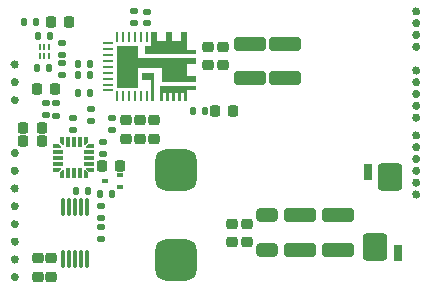
<source format=gbr>
%TF.GenerationSoftware,KiCad,Pcbnew,7.0.9*%
%TF.CreationDate,2024-04-04T22:54:04+08:00*%
%TF.ProjectId,power_module_v0.1,706f7765-725f-46d6-9f64-756c655f7630,rev?*%
%TF.SameCoordinates,Original*%
%TF.FileFunction,Soldermask,Top*%
%TF.FilePolarity,Negative*%
%FSLAX46Y46*%
G04 Gerber Fmt 4.6, Leading zero omitted, Abs format (unit mm)*
G04 Created by KiCad (PCBNEW 7.0.9) date 2024-04-04 22:54:04*
%MOMM*%
%LPD*%
G01*
G04 APERTURE LIST*
G04 Aperture macros list*
%AMRoundRect*
0 Rectangle with rounded corners*
0 $1 Rounding radius*
0 $2 $3 $4 $5 $6 $7 $8 $9 X,Y pos of 4 corners*
0 Add a 4 corners polygon primitive as box body*
4,1,4,$2,$3,$4,$5,$6,$7,$8,$9,$2,$3,0*
0 Add four circle primitives for the rounded corners*
1,1,$1+$1,$2,$3*
1,1,$1+$1,$4,$5*
1,1,$1+$1,$6,$7*
1,1,$1+$1,$8,$9*
0 Add four rect primitives between the rounded corners*
20,1,$1+$1,$2,$3,$4,$5,0*
20,1,$1+$1,$4,$5,$6,$7,0*
20,1,$1+$1,$6,$7,$8,$9,0*
20,1,$1+$1,$8,$9,$2,$3,0*%
%AMOutline4P*
0 Free polygon, 4 corners , with rotation*
0 The origin of the aperture is its center*
0 number of corners: always 4*
0 $1 to $8 corner X, Y*
0 $9 Rotation angle, in degrees counterclockwise*
0 create outline with 4 corners*
4,1,4,$1,$2,$3,$4,$5,$6,$7,$8,$1,$2,$9*%
%AMOutline5P*
0 Free polygon, 5 corners , with rotation*
0 The origin of the aperture is its center*
0 number of corners: always 5*
0 $1 to $10 corner X, Y*
0 $11 Rotation angle, in degrees counterclockwise*
0 create outline with 5 corners*
4,1,5,$1,$2,$3,$4,$5,$6,$7,$8,$9,$10,$1,$2,$11*%
%AMOutline6P*
0 Free polygon, 6 corners , with rotation*
0 The origin of the aperture is its center*
0 number of corners: always 6*
0 $1 to $12 corner X, Y*
0 $13 Rotation angle, in degrees counterclockwise*
0 create outline with 6 corners*
4,1,6,$1,$2,$3,$4,$5,$6,$7,$8,$9,$10,$11,$12,$1,$2,$13*%
%AMOutline7P*
0 Free polygon, 7 corners , with rotation*
0 The origin of the aperture is its center*
0 number of corners: always 7*
0 $1 to $14 corner X, Y*
0 $15 Rotation angle, in degrees counterclockwise*
0 create outline with 7 corners*
4,1,7,$1,$2,$3,$4,$5,$6,$7,$8,$9,$10,$11,$12,$13,$14,$1,$2,$15*%
%AMOutline8P*
0 Free polygon, 8 corners , with rotation*
0 The origin of the aperture is its center*
0 number of corners: always 8*
0 $1 to $16 corner X, Y*
0 $17 Rotation angle, in degrees counterclockwise*
0 create outline with 8 corners*
4,1,8,$1,$2,$3,$4,$5,$6,$7,$8,$9,$10,$11,$12,$13,$14,$15,$16,$1,$2,$17*%
G04 Aperture macros list end*
%ADD10C,0.375000*%
%ADD11RoundRect,0.140000X0.140000X0.170000X-0.140000X0.170000X-0.140000X-0.170000X0.140000X-0.170000X0*%
%ADD12RoundRect,0.135000X-0.185000X0.135000X-0.185000X-0.135000X0.185000X-0.135000X0.185000X0.135000X0*%
%ADD13RoundRect,0.225000X-0.225000X-0.250000X0.225000X-0.250000X0.225000X0.250000X-0.225000X0.250000X0*%
%ADD14RoundRect,0.875000X-0.875000X-0.875000X0.875000X-0.875000X0.875000X0.875000X-0.875000X0.875000X0*%
%ADD15RoundRect,0.225000X-0.250000X0.225000X-0.250000X-0.225000X0.250000X-0.225000X0.250000X0.225000X0*%
%ADD16RoundRect,0.135000X0.185000X-0.135000X0.185000X0.135000X-0.185000X0.135000X-0.185000X-0.135000X0*%
%ADD17RoundRect,0.225000X0.225000X0.250000X-0.225000X0.250000X-0.225000X-0.250000X0.225000X-0.250000X0*%
%ADD18RoundRect,0.250000X-1.100000X0.325000X-1.100000X-0.325000X1.100000X-0.325000X1.100000X0.325000X0*%
%ADD19RoundRect,0.135000X-0.135000X-0.185000X0.135000X-0.185000X0.135000X0.185000X-0.135000X0.185000X0*%
%ADD20RoundRect,0.250000X1.100000X-0.325000X1.100000X0.325000X-1.100000X0.325000X-1.100000X-0.325000X0*%
%ADD21RoundRect,0.075000X-0.075000X0.650000X-0.075000X-0.650000X0.075000X-0.650000X0.075000X0.650000X0*%
%ADD22R,0.510000X0.400000*%
%ADD23RoundRect,0.250000X0.650000X-0.325000X0.650000X0.325000X-0.650000X0.325000X-0.650000X-0.325000X0*%
%ADD24RoundRect,0.243600X-0.771400X0.901400X-0.771400X-0.901400X0.771400X-0.901400X0.771400X0.901400X0*%
%ADD25RoundRect,0.091200X-0.288800X0.608800X-0.288800X-0.608800X0.288800X-0.608800X0.288800X0.608800X0*%
%ADD26RoundRect,0.190000X-0.190000X0.510000X-0.190000X-0.510000X0.190000X-0.510000X0.190000X0.510000X0*%
%ADD27RoundRect,0.225000X0.250000X-0.225000X0.250000X0.225000X-0.250000X0.225000X-0.250000X-0.225000X0*%
%ADD28R,0.508000X0.812800*%
%ADD29R,0.254000X0.812800*%
%ADD30R,0.812800X0.254000*%
%ADD31R,0.812800X0.304800*%
%ADD32R,0.812800X0.508000*%
%ADD33RoundRect,0.140000X-0.170000X0.140000X-0.170000X-0.140000X0.170000X-0.140000X0.170000X0.140000X0*%
%ADD34R,0.280000X0.530000*%
%ADD35RoundRect,0.135000X0.135000X0.185000X-0.135000X0.185000X-0.135000X-0.185000X0.135000X-0.185000X0*%
%ADD36Outline5P,-0.175000X0.300000X0.175000X0.300000X0.175000X-0.125000X0.000000X-0.300000X-0.175000X-0.300000X90.000000*%
%ADD37Outline4P,-0.175000X-0.400000X0.175000X-0.400000X0.175000X0.400000X-0.175000X0.400000X270.000000*%
%ADD38Outline5P,-0.300000X0.000000X-0.125000X0.175000X0.300000X0.175000X0.300000X-0.175000X-0.300000X-0.175000X180.000000*%
%ADD39Outline5P,-0.175000X0.125000X0.000000X0.300000X0.175000X0.300000X0.175000X-0.300000X-0.175000X-0.300000X0.000000*%
%ADD40Outline4P,-0.175000X-0.400000X0.175000X-0.400000X0.175000X0.400000X-0.175000X0.400000X180.000000*%
%ADD41Outline5P,-0.175000X0.300000X0.175000X0.300000X0.175000X-0.300000X0.000000X-0.300000X-0.175000X-0.125000X180.000000*%
%ADD42Outline5P,-0.175000X0.300000X0.175000X0.300000X0.175000X-0.125000X0.000000X-0.300000X-0.175000X-0.300000X270.000000*%
%ADD43Outline5P,-0.175000X0.300000X0.175000X0.300000X0.175000X-0.300000X0.000000X-0.300000X-0.175000X-0.125000X270.000000*%
%ADD44Outline5P,-0.175000X0.125000X0.000000X0.300000X0.175000X0.300000X0.175000X-0.300000X-0.175000X-0.300000X180.000000*%
%ADD45Outline5P,-0.175000X0.300000X0.000000X0.300000X0.175000X0.125000X0.175000X-0.300000X-0.175000X-0.300000X180.000000*%
G04 APERTURE END LIST*
D10*
X150787500Y-90500000D02*
G75*
G03*
X150787500Y-90500000I-187500J0D01*
G01*
X150787500Y-91500000D02*
G75*
G03*
X150787500Y-91500000I-187500J0D01*
G01*
X150787500Y-92500000D02*
G75*
G03*
X150787500Y-92500000I-187500J0D01*
G01*
X150787500Y-93500000D02*
G75*
G03*
X150787500Y-93500000I-187500J0D01*
G01*
X150787500Y-95500000D02*
G75*
G03*
X150787500Y-95500000I-187500J0D01*
G01*
X150787500Y-96500000D02*
G75*
G03*
X150787500Y-96500000I-187500J0D01*
G01*
X150787500Y-97500000D02*
G75*
G03*
X150787500Y-97500000I-187500J0D01*
G01*
X150787500Y-98500000D02*
G75*
G03*
X150787500Y-98500000I-187500J0D01*
G01*
X150787500Y-99500000D02*
G75*
G03*
X150787500Y-99500000I-187500J0D01*
G01*
X150787500Y-101000000D02*
G75*
G03*
X150787500Y-101000000I-187500J0D01*
G01*
X150787500Y-102000000D02*
G75*
G03*
X150787500Y-102000000I-187500J0D01*
G01*
X150787500Y-103000000D02*
G75*
G03*
X150787500Y-103000000I-187500J0D01*
G01*
X150787500Y-104000000D02*
G75*
G03*
X150787500Y-104000000I-187500J0D01*
G01*
X150787500Y-105000000D02*
G75*
G03*
X150787500Y-105000000I-187500J0D01*
G01*
X150787500Y-106000000D02*
G75*
G03*
X150787500Y-106000000I-187500J0D01*
G01*
X116787500Y-113000000D02*
G75*
G03*
X116787500Y-113000000I-187500J0D01*
G01*
X116787500Y-111500000D02*
G75*
G03*
X116787500Y-111500000I-187500J0D01*
G01*
X116787500Y-110000000D02*
G75*
G03*
X116787500Y-110000000I-187500J0D01*
G01*
X116787500Y-108500000D02*
G75*
G03*
X116787500Y-108500000I-187500J0D01*
G01*
X116787500Y-107000000D02*
G75*
G03*
X116787500Y-107000000I-187500J0D01*
G01*
X116787500Y-105500000D02*
G75*
G03*
X116787500Y-105500000I-187500J0D01*
G01*
X116787500Y-104000000D02*
G75*
G03*
X116787500Y-104000000I-187500J0D01*
G01*
X116787500Y-102500000D02*
G75*
G03*
X116787500Y-102500000I-187500J0D01*
G01*
X116787500Y-98000000D02*
G75*
G03*
X116787500Y-98000000I-187500J0D01*
G01*
X116787500Y-96500000D02*
G75*
G03*
X116787500Y-96500000I-187500J0D01*
G01*
X116787500Y-95000000D02*
G75*
G03*
X116787500Y-95000000I-187500J0D01*
G01*
%TO.C,U2*%
G36*
X128406400Y-98108300D02*
G01*
X128152400Y-98108300D01*
X128152400Y-96315060D01*
X127339600Y-96315060D01*
X127339600Y-95705460D01*
X128406400Y-95705460D01*
X128406400Y-98108300D01*
G37*
G36*
X127029720Y-94476100D02*
G01*
X131911600Y-94476100D01*
X131911600Y-94984100D01*
X131154680Y-94984100D01*
X131154680Y-95946760D01*
X131911600Y-95946760D01*
X131911600Y-96454760D01*
X129109980Y-96454760D01*
X129109980Y-95306680D01*
X127029720Y-95306680D01*
X127029720Y-96952600D01*
X125251720Y-96952600D01*
X125251720Y-93447400D01*
X127029720Y-93447400D01*
X127029720Y-94476100D01*
G37*
G36*
X128652780Y-93013060D02*
G01*
X129397000Y-93013060D01*
X129397000Y-92291700D01*
X129905000Y-92291700D01*
X129905000Y-93013060D01*
X130646680Y-93013060D01*
X130646680Y-92291700D01*
X131154680Y-92291700D01*
X131154680Y-93818240D01*
X131911600Y-93818240D01*
X131911600Y-94123040D01*
X127629160Y-94123040D01*
X127629160Y-93449940D01*
X128144780Y-93449940D01*
X128144780Y-92291700D01*
X128652780Y-92291700D01*
X128652780Y-93013060D01*
G37*
G36*
X131911600Y-97153260D02*
G01*
X131152140Y-97153260D01*
X131152140Y-98108300D01*
X130898140Y-98108300D01*
X130898140Y-97402180D01*
X130651760Y-97402180D01*
X130651760Y-98108300D01*
X130397760Y-98108300D01*
X130397760Y-97402180D01*
X130151380Y-97402180D01*
X130151380Y-98108300D01*
X129897380Y-98108300D01*
X129897380Y-97402180D01*
X129651000Y-97402180D01*
X129651000Y-98108300D01*
X129397000Y-98108300D01*
X129397000Y-97402180D01*
X129153160Y-97402180D01*
X129153160Y-98108300D01*
X128899160Y-98108300D01*
X128899160Y-96848460D01*
X131911600Y-96848460D01*
X131911600Y-97153260D01*
G37*
%TD*%
D11*
%TO.C,C8*%
X118380000Y-91400000D03*
X117420000Y-91400000D03*
%TD*%
D12*
%TO.C,R6*%
X126700000Y-90490000D03*
X126700000Y-91510000D03*
%TD*%
D13*
%TO.C,C21*%
X133525000Y-98900000D03*
X135075000Y-98900000D03*
%TD*%
D12*
%TO.C,R12*%
X120600000Y-93190000D03*
X120600000Y-94210000D03*
%TD*%
D14*
%TO.C,L1*%
X130250000Y-103950000D03*
X130250000Y-111550000D03*
%TD*%
D15*
%TO.C,C16*%
X133000000Y-93525000D03*
X133000000Y-95075000D03*
%TD*%
D16*
%TO.C,R7*%
X124800000Y-100510000D03*
X124800000Y-99490000D03*
%TD*%
D17*
%TO.C,C22*%
X118875000Y-101500000D03*
X117325000Y-101500000D03*
%TD*%
D18*
%TO.C,C14*%
X136500000Y-93225000D03*
X136500000Y-96175000D03*
%TD*%
D13*
%TO.C,C7*%
X119675000Y-91400000D03*
X121225000Y-91400000D03*
%TD*%
D19*
%TO.C,R5*%
X121990000Y-95000000D03*
X123010000Y-95000000D03*
%TD*%
D15*
%TO.C,C23*%
X118600000Y-111425000D03*
X118600000Y-112975000D03*
%TD*%
D20*
%TO.C,C10*%
X140750000Y-110725000D03*
X140750000Y-107775000D03*
%TD*%
D21*
%TO.C,U3*%
X122700000Y-107100000D03*
X122200000Y-107100000D03*
X121700000Y-107100000D03*
X121200000Y-107100000D03*
X120700000Y-107100000D03*
X120700000Y-111500000D03*
X121200000Y-111500000D03*
X121700000Y-111500000D03*
X122200000Y-111500000D03*
X122700000Y-111500000D03*
%TD*%
D22*
%TO.C,Q1*%
X125495000Y-105350000D03*
X125495000Y-104350000D03*
X124205000Y-104850000D03*
%TD*%
D16*
%TO.C,R17*%
X123900000Y-108010000D03*
X123900000Y-106990000D03*
%TD*%
%TO.C,R15*%
X123100000Y-99810000D03*
X123100000Y-98790000D03*
%TD*%
D12*
%TO.C,C1*%
X120100000Y-98300000D03*
X120100000Y-99320000D03*
%TD*%
D23*
%TO.C,C6*%
X138000000Y-110725000D03*
X138000000Y-107775000D03*
%TD*%
D18*
%TO.C,C13*%
X139500000Y-93225000D03*
X139500000Y-96175000D03*
%TD*%
D24*
%TO.C,R9*%
X148385000Y-104515000D03*
D25*
X146480000Y-104070000D03*
D26*
X149020000Y-110930000D03*
D24*
X147115000Y-110485000D03*
%TD*%
D17*
%TO.C,C11*%
X118875000Y-100400000D03*
X117325000Y-100400000D03*
%TD*%
D27*
%TO.C,C3*%
X126000000Y-101275000D03*
X126000000Y-99725000D03*
%TD*%
D16*
%TO.C,R18*%
X123900000Y-109810000D03*
X123900000Y-108790000D03*
%TD*%
D15*
%TO.C,C15*%
X134250000Y-93525000D03*
X134250000Y-95075000D03*
%TD*%
D20*
%TO.C,C12*%
X144000000Y-110725000D03*
X144000000Y-107775000D03*
%TD*%
D19*
%TO.C,R3*%
X121990000Y-97400000D03*
X123010000Y-97400000D03*
%TD*%
D16*
%TO.C,R1*%
X119220000Y-99310000D03*
X119220000Y-98290000D03*
%TD*%
D12*
%TO.C,R16*%
X124100000Y-101590000D03*
X124100000Y-102610000D03*
%TD*%
D19*
%TO.C,R10*%
X121790000Y-105750000D03*
X122810000Y-105750000D03*
%TD*%
D27*
%TO.C,C5*%
X135000000Y-110025000D03*
X135000000Y-108475000D03*
%TD*%
D13*
%TO.C,C20*%
X118500000Y-97100000D03*
X120050000Y-97100000D03*
%TD*%
D27*
%TO.C,C9*%
X136250000Y-110025000D03*
X136250000Y-108475000D03*
%TD*%
D28*
%TO.C,U2*%
X130900680Y-92698100D03*
X129651000Y-92698100D03*
X128398780Y-92698100D03*
D29*
X127779020Y-92698100D03*
X127281180Y-92698100D03*
X126780800Y-92698100D03*
X126280420Y-92698100D03*
X125780040Y-92698100D03*
X125279660Y-92698100D03*
D30*
X124494800Y-93201020D03*
X124494800Y-93698860D03*
X124494800Y-94199240D03*
X124494800Y-94699620D03*
X124494800Y-95200000D03*
X124494800Y-95700380D03*
X124494800Y-96200760D03*
X124494800Y-96701140D03*
X124494800Y-97198980D03*
D29*
X125279660Y-97701900D03*
X125780040Y-97701900D03*
X126280420Y-97701900D03*
X126780800Y-97701900D03*
X127281180Y-97701900D03*
X127779020Y-97701900D03*
X128279400Y-97701900D03*
X129026160Y-97701900D03*
X129524000Y-97701900D03*
X130024380Y-97701900D03*
X130524760Y-97701900D03*
X131025140Y-97701900D03*
D31*
X131505200Y-97000860D03*
D32*
X131505200Y-96200760D03*
X131505200Y-94730100D03*
D31*
X131505200Y-93970640D03*
%TD*%
D19*
%TO.C,C19*%
X118490000Y-95300000D03*
X119510000Y-95300000D03*
%TD*%
D27*
%TO.C,C2*%
X128400000Y-101275000D03*
X128400000Y-99725000D03*
%TD*%
D15*
%TO.C,C18*%
X127200000Y-99725000D03*
X127200000Y-101275000D03*
%TD*%
D16*
%TO.C,R13*%
X120600000Y-95910000D03*
X120600000Y-94890000D03*
%TD*%
D19*
%TO.C,R8*%
X123840000Y-106000000D03*
X124860000Y-106000000D03*
%TD*%
D13*
%TO.C,C17*%
X124000000Y-103600000D03*
X125550000Y-103600000D03*
%TD*%
D33*
%TO.C,C4*%
X127800000Y-90520000D03*
X127800000Y-91480000D03*
%TD*%
D34*
%TO.C,U4*%
X118700000Y-94268000D03*
X119100000Y-94268000D03*
X119500000Y-94268000D03*
X119500000Y-93532000D03*
X119100000Y-93532000D03*
X118700000Y-93532000D03*
%TD*%
D19*
%TO.C,R14*%
X131690000Y-98900000D03*
X132710000Y-98900000D03*
%TD*%
D12*
%TO.C,R2*%
X121500000Y-99540000D03*
X121500000Y-100560000D03*
%TD*%
D19*
%TO.C,R4*%
X121990000Y-95900000D03*
X123010000Y-95900000D03*
%TD*%
D35*
%TO.C,R11*%
X119610000Y-92600000D03*
X118590000Y-92600000D03*
%TD*%
D15*
%TO.C,C24*%
X119700000Y-111425000D03*
X119700000Y-112975000D03*
%TD*%
D36*
%TO.C,U1*%
X120200000Y-101900000D03*
D37*
X120300000Y-102400000D03*
X120300000Y-102900000D03*
X120300000Y-103400000D03*
D38*
X120200000Y-103900000D03*
D39*
X120600000Y-104300000D03*
D40*
X121100000Y-104200000D03*
X121600000Y-104200000D03*
X122100000Y-104200000D03*
D41*
X122600000Y-104300000D03*
D42*
X123000000Y-103900000D03*
D37*
X122900000Y-103400000D03*
X122900000Y-102900000D03*
X122900000Y-102400000D03*
D43*
X123000000Y-101900000D03*
D44*
X122600000Y-101500000D03*
D40*
X122100000Y-101600000D03*
X121600000Y-101600000D03*
X121100000Y-101600000D03*
D45*
X120600000Y-101500000D03*
%TD*%
M02*

</source>
